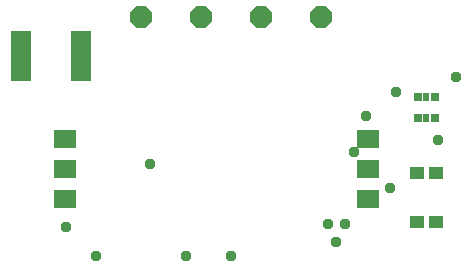
<source format=gbr>
G04 EAGLE Gerber X2 export*
%TF.Part,Single*%
%TF.FileFunction,Soldermask,Bot,1*%
%TF.FilePolarity,Negative*%
%TF.GenerationSoftware,Autodesk,EAGLE,9.1.0*%
%TF.CreationDate,2019-01-28T13:00:55Z*%
G75*
%MOMM*%
%FSLAX34Y34*%
%LPD*%
%AMOC8*
5,1,8,0,0,1.08239X$1,22.5*%
G01*
%ADD10R,0.703200X0.703200*%
%ADD11R,0.603200X0.703200*%
%ADD12R,1.203200X1.103200*%
%ADD13P,1.951982X8X22.500000*%
%ADD14R,1.727200X4.267200*%
%ADD15R,1.903200X1.503200*%
%ADD16C,0.959600*%


D10*
X363100Y130700D03*
D11*
X355600Y130700D03*
D10*
X348100Y130700D03*
X348100Y148700D03*
D11*
X355600Y148700D03*
D10*
X363100Y148700D03*
D12*
X347600Y43000D03*
X363600Y43000D03*
X363600Y84000D03*
X347600Y84000D03*
D13*
X114300Y215900D03*
X165100Y215900D03*
X215900Y215900D03*
X266700Y215900D03*
D14*
X63500Y182880D03*
X12700Y182880D03*
D15*
X306300Y62450D03*
X306300Y87850D03*
X306300Y113250D03*
X49300Y113250D03*
X49300Y87850D03*
X49300Y62450D03*
D16*
X50800Y38100D03*
X381000Y165100D03*
X121920Y91440D03*
X121920Y91440D03*
X121920Y91440D03*
X304800Y132080D03*
X365760Y111760D03*
X325120Y71120D03*
X294640Y101600D03*
X286484Y40640D03*
X272316Y40640D03*
X76200Y13942D03*
X330200Y152400D03*
X279400Y25400D03*
X152400Y13942D03*
X190500Y13942D03*
M02*

</source>
